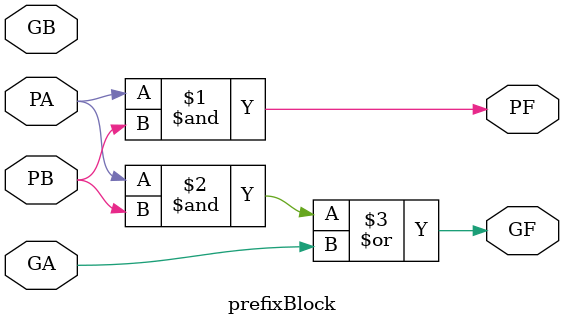
<source format=v>

module prefixBlock(input wire PA, //p i:k
        input wire PB, //p k-1:j
        input wire GA, //g i:k
        input wire GB, //g k-1:j
        output wire PF,
        output wire GF);



    assign PF = PA & PB;
    assign GF = (PA & PB) | (GA);


endmodule

</source>
